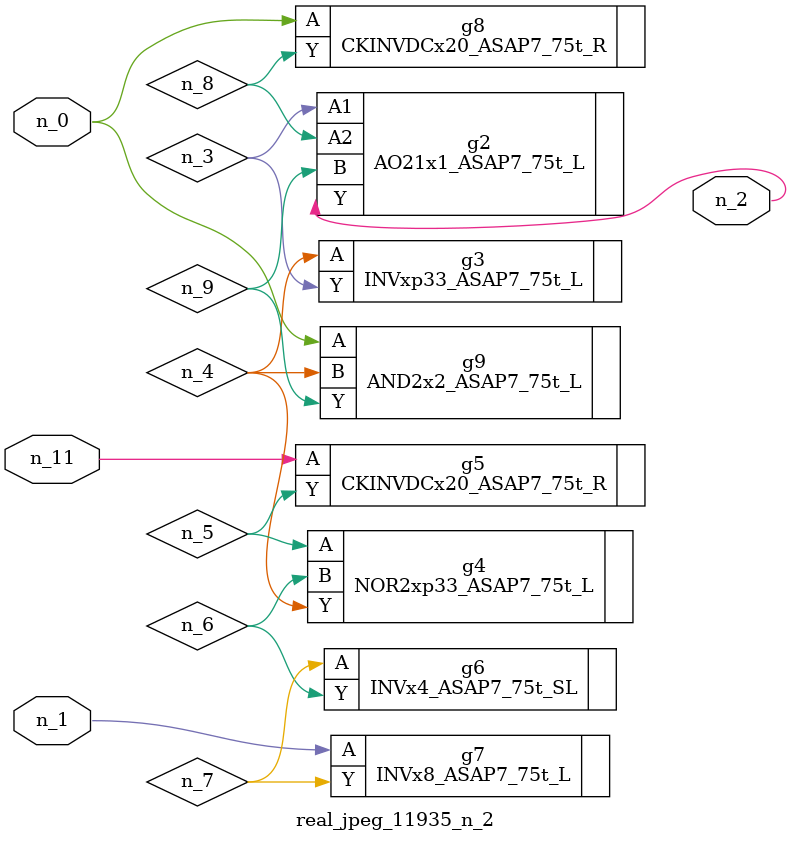
<source format=v>
module real_jpeg_11935_n_2 (n_1, n_11, n_0, n_2);

input n_1;
input n_11;
input n_0;

output n_2;

wire n_5;
wire n_8;
wire n_4;
wire n_6;
wire n_7;
wire n_3;
wire n_9;

CKINVDCx20_ASAP7_75t_R g8 ( 
.A(n_0),
.Y(n_8)
);

AND2x2_ASAP7_75t_L g9 ( 
.A(n_0),
.B(n_4),
.Y(n_9)
);

INVx8_ASAP7_75t_L g7 ( 
.A(n_1),
.Y(n_7)
);

AO21x1_ASAP7_75t_L g2 ( 
.A1(n_3),
.A2(n_8),
.B(n_9),
.Y(n_2)
);

INVxp33_ASAP7_75t_L g3 ( 
.A(n_4),
.Y(n_3)
);

NOR2xp33_ASAP7_75t_L g4 ( 
.A(n_5),
.B(n_6),
.Y(n_4)
);

INVx4_ASAP7_75t_SL g6 ( 
.A(n_7),
.Y(n_6)
);

CKINVDCx20_ASAP7_75t_R g5 ( 
.A(n_11),
.Y(n_5)
);


endmodule
</source>
